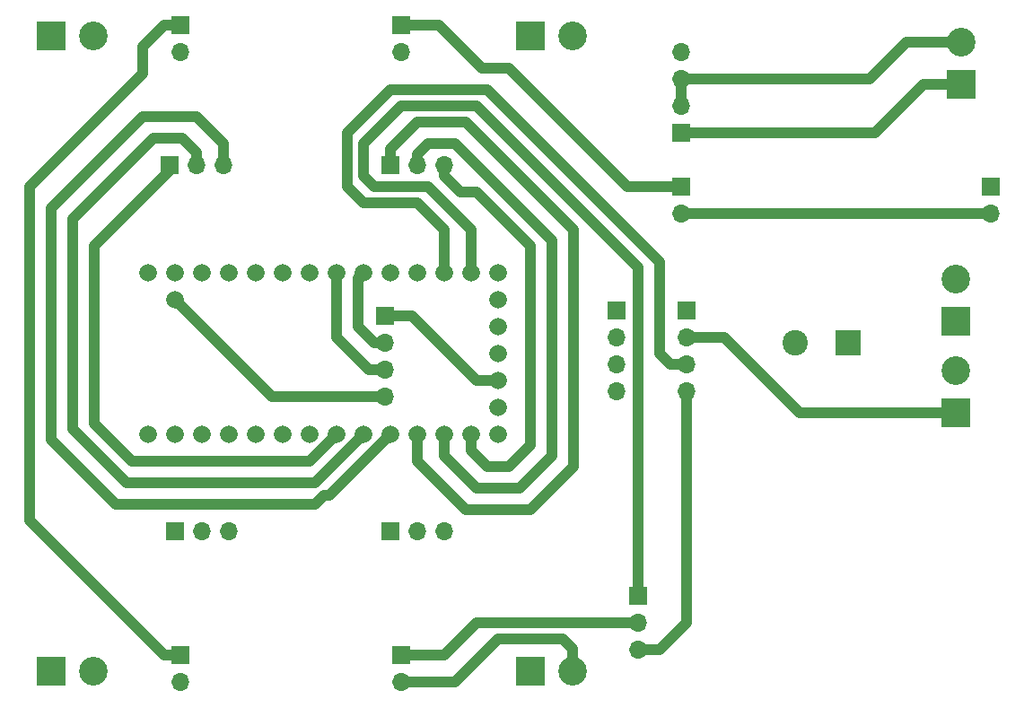
<source format=gbl>
%TF.GenerationSoftware,KiCad,Pcbnew,5.1.10-88a1d61d58~88~ubuntu18.04.1*%
%TF.CreationDate,2022-01-24T00:07:05+01:00*%
%TF.ProjectId,catbot_electronics_board,7061766c-6f76-45f6-9d69-6e695f656c65,rev?*%
%TF.SameCoordinates,Original*%
%TF.FileFunction,Copper,L2,Bot*%
%TF.FilePolarity,Positive*%
%FSLAX46Y46*%
G04 Gerber Fmt 4.6, Leading zero omitted, Abs format (unit mm)*
G04 Created by KiCad (PCBNEW 5.1.10-88a1d61d58~88~ubuntu18.04.1) date 2022-01-24 00:07:05*
%MOMM*%
%LPD*%
G01*
G04 APERTURE LIST*
%TA.AperFunction,ComponentPad*%
%ADD10R,2.700000X2.700000*%
%TD*%
%TA.AperFunction,ComponentPad*%
%ADD11C,2.700000*%
%TD*%
%TA.AperFunction,ComponentPad*%
%ADD12R,1.700000X1.700000*%
%TD*%
%TA.AperFunction,ComponentPad*%
%ADD13O,1.700000X1.700000*%
%TD*%
%TA.AperFunction,ComponentPad*%
%ADD14C,1.665000*%
%TD*%
%TA.AperFunction,ComponentPad*%
%ADD15C,2.400000*%
%TD*%
%TA.AperFunction,ComponentPad*%
%ADD16R,2.400000X2.400000*%
%TD*%
%TA.AperFunction,Conductor*%
%ADD17C,1.000000*%
%TD*%
G04 APERTURE END LIST*
D10*
%TO.P,J14,1*%
%TO.N,VCC*%
X152908000Y-121412000D03*
D11*
%TO.P,J14,2*%
%TO.N,GND*%
X152908000Y-117452000D03*
%TD*%
D10*
%TO.P,J8,1*%
%TO.N,+7.5V*%
X67564000Y-154432000D03*
D11*
%TO.P,J8,2*%
%TO.N,GND*%
X71524000Y-154432000D03*
%TD*%
D12*
%TO.P,J21,1*%
%TO.N,VCC*%
X127508000Y-120396000D03*
D13*
%TO.P,J21,2*%
%TO.N,+7.5V*%
X127508000Y-122936000D03*
%TO.P,J21,3*%
%TO.N,Net-(IC1-Pad22)*%
X127508000Y-125476000D03*
%TO.P,J21,4*%
%TO.N,GND*%
X127508000Y-128016000D03*
%TD*%
D12*
%TO.P,J20,1*%
%TO.N,+3V3*%
X79756000Y-152908000D03*
D13*
%TO.P,J20,2*%
%TO.N,GND*%
X79756000Y-155448000D03*
%TD*%
D12*
%TO.P,J19,1*%
%TO.N,+3V3*%
X100584000Y-152908000D03*
D13*
%TO.P,J19,2*%
%TO.N,GND*%
X100584000Y-155448000D03*
%TD*%
D12*
%TO.P,J18,1*%
%TO.N,+3V3*%
X79756000Y-93472000D03*
D13*
%TO.P,J18,2*%
%TO.N,GND*%
X79756000Y-96012000D03*
%TD*%
D12*
%TO.P,J17,1*%
%TO.N,+3V3*%
X100584000Y-93472000D03*
D13*
%TO.P,J17,2*%
%TO.N,GND*%
X100584000Y-96012000D03*
%TD*%
D10*
%TO.P,J16,1*%
%TO.N,+5V*%
X153416000Y-99060000D03*
D11*
%TO.P,J16,2*%
%TO.N,GND*%
X153416000Y-95100000D03*
%TD*%
D10*
%TO.P,J15,1*%
%TO.N,+7.5V*%
X67564000Y-94488000D03*
D11*
%TO.P,J15,2*%
%TO.N,GND*%
X71524000Y-94488000D03*
%TD*%
D12*
%TO.P,J11,1*%
%TO.N,Net-(IC1-Pad30)*%
X120904000Y-120396000D03*
D13*
%TO.P,J11,2*%
%TO.N,Net-(IC1-Pad29)*%
X120904000Y-122936000D03*
%TO.P,J11,3*%
%TO.N,Net-(IC1-Pad28)*%
X120904000Y-125476000D03*
%TO.P,J11,4*%
%TO.N,Net-(IC1-Pad27)*%
X120904000Y-128016000D03*
%TD*%
D10*
%TO.P,J9,1*%
%TO.N,+7.5V*%
X152908000Y-130048000D03*
D11*
%TO.P,J9,2*%
%TO.N,GND*%
X152908000Y-126088000D03*
%TD*%
D12*
%TO.P,J7,1*%
%TO.N,Net-(IC1-Pad5)*%
X99568000Y-141224000D03*
D13*
%TO.P,J7,2*%
%TO.N,Net-(IC1-Pad6)*%
X102108000Y-141224000D03*
%TO.P,J7,3*%
%TO.N,Net-(IC1-Pad7)*%
X104648000Y-141224000D03*
%TD*%
D12*
%TO.P,J6,1*%
%TO.N,Net-(IC1-Pad11)*%
X99568000Y-106680000D03*
D13*
%TO.P,J6,2*%
%TO.N,Net-(IC1-Pad12)*%
X102108000Y-106680000D03*
%TO.P,J6,3*%
%TO.N,Net-(IC1-Pad13)*%
X104648000Y-106680000D03*
%TD*%
D12*
%TO.P,J5,1*%
%TO.N,Net-(IC1-Pad8)*%
X78740000Y-106680000D03*
D13*
%TO.P,J5,2*%
%TO.N,Net-(IC1-Pad9)*%
X81280000Y-106680000D03*
%TO.P,J5,3*%
%TO.N,Net-(IC1-Pad10)*%
X83820000Y-106680000D03*
%TD*%
D12*
%TO.P,J4,1*%
%TO.N,Net-(IC1-Pad2)*%
X79248000Y-141224000D03*
D13*
%TO.P,J4,2*%
%TO.N,Net-(IC1-Pad3)*%
X81788000Y-141224000D03*
%TO.P,J4,3*%
%TO.N,Net-(IC1-Pad4)*%
X84328000Y-141224000D03*
%TD*%
D10*
%TO.P,J3,1*%
%TO.N,+7.5V*%
X112776000Y-94488000D03*
D11*
%TO.P,J3,2*%
%TO.N,GND*%
X116736000Y-94488000D03*
%TD*%
D10*
%TO.P,J2,1*%
%TO.N,+7.5V*%
X112776000Y-154432000D03*
D11*
%TO.P,J2,2*%
%TO.N,GND*%
X116736000Y-154432000D03*
%TD*%
D12*
%TO.P,J1,1*%
%TO.N,Net-(IC1-Pad16)*%
X99060000Y-120904000D03*
D13*
%TO.P,J1,2*%
%TO.N,Net-(IC1-Pad25)*%
X99060000Y-123444000D03*
%TO.P,J1,3*%
%TO.N,Net-(IC1-Pad26)*%
X99060000Y-125984000D03*
%TO.P,J1,4*%
%TO.N,GND*%
X99060000Y-128524000D03*
%TD*%
D12*
%TO.P,J12,1*%
%TO.N,+5V*%
X127000000Y-103632000D03*
D13*
%TO.P,J12,2*%
%TO.N,GND*%
X127000000Y-101092000D03*
%TO.P,J12,3*%
X127000000Y-98552000D03*
%TO.P,J12,4*%
%TO.N,VCC*%
X127000000Y-96012000D03*
%TD*%
D12*
%TO.P,J13,3*%
%TO.N,VCC*%
X156210000Y-108712000D03*
D13*
%TO.P,J13,4*%
%TO.N,GND*%
X156210000Y-111252000D03*
%TO.P,J13,2*%
X127000000Y-111252000D03*
D12*
%TO.P,J13,1*%
%TO.N,+3V3*%
X127000000Y-108712000D03*
%TD*%
D13*
%TO.P,J10,3*%
%TO.N,GND*%
X122936000Y-152400000D03*
%TO.P,J10,2*%
%TO.N,+3V3*%
X122936000Y-149860000D03*
D12*
%TO.P,J10,1*%
%TO.N,Net-(IC1-Pad21)*%
X122936000Y-147320000D03*
%TD*%
D14*
%TO.P,Teensy,34*%
%TO.N,GND*%
X79248000Y-119380000D03*
%TO.P,Teensy,33*%
%TO.N,Net-(IC1-Pad33)*%
X76708000Y-116840000D03*
%TO.P,Teensy,32*%
%TO.N,GND*%
X79248000Y-116840000D03*
%TO.P,Teensy,31*%
%TO.N,Net-(IC1-Pad31)*%
X81788000Y-116840000D03*
%TO.P,Teensy,30*%
%TO.N,Net-(IC1-Pad30)*%
X84328000Y-116840000D03*
%TO.P,Teensy,29*%
%TO.N,Net-(IC1-Pad29)*%
X86868000Y-116840000D03*
%TO.P,Teensy,28*%
%TO.N,Net-(IC1-Pad28)*%
X89408000Y-116840000D03*
%TO.P,Teensy,27*%
%TO.N,Net-(IC1-Pad27)*%
X91948000Y-116840000D03*
%TO.P,Teensy,26*%
%TO.N,Net-(IC1-Pad26)*%
X94488000Y-116840000D03*
%TO.P,Teensy,25*%
%TO.N,Net-(IC1-Pad25)*%
X97028000Y-116840000D03*
%TO.P,Teensy,24*%
%TO.N,Net-(IC1-Pad24)*%
X99568000Y-116840000D03*
%TO.P,Teensy,23*%
%TO.N,Net-(IC1-Pad23)*%
X102108000Y-116840000D03*
%TO.P,Teensy,22*%
%TO.N,Net-(IC1-Pad22)*%
X104648000Y-116840000D03*
%TO.P,Teensy,21*%
%TO.N,Net-(IC1-Pad21)*%
X107188000Y-116840000D03*
%TO.P,Teensy,20*%
%TO.N,Net-(IC1-Pad20)*%
X109728000Y-116840000D03*
%TO.P,Teensy,19*%
%TO.N,Net-(IC1-Pad19)*%
X109728000Y-119380000D03*
%TO.P,Teensy,18*%
%TO.N,Net-(IC1-Pad18)*%
X109728000Y-121920000D03*
%TO.P,Teensy,17*%
%TO.N,GND*%
X109728000Y-124460000D03*
%TO.P,Teensy,16*%
%TO.N,Net-(IC1-Pad16)*%
X109728000Y-127000000D03*
%TO.P,Teensy,15*%
%TO.N,Net-(IC1-Pad15)*%
X109728000Y-129540000D03*
%TO.P,Teensy,14*%
%TO.N,Net-(IC1-Pad14)*%
X109728000Y-132080000D03*
%TO.P,Teensy,13*%
%TO.N,Net-(IC1-Pad13)*%
X107188000Y-132080000D03*
%TO.P,Teensy,12*%
%TO.N,Net-(IC1-Pad12)*%
X104648000Y-132080000D03*
%TO.P,Teensy,11*%
%TO.N,Net-(IC1-Pad11)*%
X102108000Y-132080000D03*
%TO.P,Teensy,10*%
%TO.N,Net-(IC1-Pad10)*%
X99568000Y-132080000D03*
%TO.P,Teensy,9*%
%TO.N,Net-(IC1-Pad9)*%
X97028000Y-132080000D03*
%TO.P,Teensy,8*%
%TO.N,Net-(IC1-Pad8)*%
X94488000Y-132080000D03*
%TO.P,Teensy,7*%
%TO.N,Net-(IC1-Pad7)*%
X91948000Y-132080000D03*
%TO.P,Teensy,6*%
%TO.N,Net-(IC1-Pad6)*%
X89408000Y-132080000D03*
%TO.P,Teensy,5*%
%TO.N,Net-(IC1-Pad5)*%
X86868000Y-132080000D03*
%TO.P,Teensy,4*%
%TO.N,Net-(IC1-Pad4)*%
X84328000Y-132080000D03*
%TO.P,Teensy,3*%
%TO.N,Net-(IC1-Pad3)*%
X81788000Y-132080000D03*
%TO.P,Teensy,2*%
%TO.N,Net-(IC1-Pad2)*%
X79248000Y-132080000D03*
%TO.P,Teensy,1*%
%TO.N,GND*%
X76708000Y-132080000D03*
%TD*%
D15*
%TO.P,C1,2*%
%TO.N,GND*%
X137748000Y-123444000D03*
D16*
%TO.P,C1,1*%
%TO.N,VCC*%
X142748000Y-123444000D03*
%TD*%
D17*
%TO.N,Net-(IC1-Pad25)*%
X99060000Y-123444000D02*
X98044000Y-123444000D01*
X98044000Y-123444000D02*
X96520000Y-121920000D01*
X96520000Y-117348000D02*
X97028000Y-116840000D01*
X96520000Y-121920000D02*
X96520000Y-117348000D01*
%TO.N,Net-(IC1-Pad22)*%
X127508000Y-125476000D02*
X125984000Y-125476000D01*
X125984000Y-125476000D02*
X124968000Y-124460000D01*
X124968000Y-124460000D02*
X124968000Y-115824000D01*
X124968000Y-115824000D02*
X108712000Y-99568000D01*
X108712000Y-99568000D02*
X99568000Y-99568000D01*
X99568000Y-99568000D02*
X95504000Y-103632000D01*
X95504000Y-103632000D02*
X95504000Y-108712000D01*
X95504000Y-108712000D02*
X97028000Y-110236000D01*
X97028000Y-110236000D02*
X102108000Y-110236000D01*
X104648000Y-112776000D02*
X104648000Y-116840000D01*
X102108000Y-110236000D02*
X104648000Y-112776000D01*
%TO.N,Net-(IC1-Pad13)*%
X107188000Y-132080000D02*
X107188000Y-133604000D01*
X107188000Y-133604000D02*
X108712000Y-135128000D01*
X108712000Y-135128000D02*
X110744000Y-135128000D01*
X110744000Y-135128000D02*
X112776000Y-133096000D01*
X112776000Y-133096000D02*
X112776000Y-114300000D01*
X112776000Y-114300000D02*
X107696000Y-109220000D01*
X107696000Y-109220000D02*
X106172000Y-109220000D01*
X104648000Y-107696000D02*
X104648000Y-106680000D01*
X106172000Y-109220000D02*
X104648000Y-107696000D01*
%TO.N,Net-(IC1-Pad12)*%
X104648000Y-132080000D02*
X104648000Y-134112000D01*
X104648000Y-134112000D02*
X107696000Y-137160000D01*
X107696000Y-137160000D02*
X111760000Y-137160000D01*
X111760000Y-137160000D02*
X114808000Y-134112000D01*
X114808000Y-134112000D02*
X114808000Y-113792000D01*
X114808000Y-113792000D02*
X105664000Y-104648000D01*
X105664000Y-104648000D02*
X103124000Y-104648000D01*
X102108000Y-105664000D02*
X102108000Y-106680000D01*
X103124000Y-104648000D02*
X102108000Y-105664000D01*
%TO.N,Net-(IC1-Pad11)*%
X102108000Y-132080000D02*
X102108000Y-134620000D01*
X102108000Y-134620000D02*
X106680000Y-139192000D01*
X106680000Y-139192000D02*
X112776000Y-139192000D01*
X112776000Y-139192000D02*
X116840000Y-135128000D01*
X116840000Y-135128000D02*
X116840000Y-112776000D01*
X116840000Y-112776000D02*
X106680000Y-102616000D01*
X106680000Y-102616000D02*
X102108000Y-102616000D01*
X99568000Y-105156000D02*
X99568000Y-106680000D01*
X102108000Y-102616000D02*
X99568000Y-105156000D01*
%TO.N,Net-(IC1-Pad10)*%
X93795990Y-137852010D02*
X93287990Y-137852010D01*
X99568000Y-132080000D02*
X93795990Y-137852010D01*
X93287990Y-137852010D02*
X92456000Y-138684000D01*
X92456000Y-138684000D02*
X73660000Y-138684000D01*
X73660000Y-138684000D02*
X67564000Y-132588000D01*
X67564000Y-132588000D02*
X67564000Y-110744000D01*
X67564000Y-110744000D02*
X76200000Y-102108000D01*
X76200000Y-102108000D02*
X81280000Y-102108000D01*
X83820000Y-104648000D02*
X83820000Y-106680000D01*
X81280000Y-102108000D02*
X83820000Y-104648000D01*
%TO.N,Net-(IC1-Pad9)*%
X81280000Y-105477919D02*
X81280000Y-106680000D01*
X79942081Y-104140000D02*
X81280000Y-105477919D01*
X97028000Y-132080000D02*
X92456000Y-136652000D01*
X77216000Y-104140000D02*
X79942081Y-104140000D01*
X92456000Y-136652000D02*
X74676000Y-136652000D01*
X69596000Y-131572000D02*
X69596000Y-111760000D01*
X74676000Y-136652000D02*
X69596000Y-131572000D01*
X69596000Y-111760000D02*
X77216000Y-104140000D01*
%TO.N,Net-(IC1-Pad8)*%
X78740000Y-107188000D02*
X78740000Y-106680000D01*
X71628000Y-114300000D02*
X78740000Y-107188000D01*
X94488000Y-132080000D02*
X91948000Y-134620000D01*
X71628000Y-131064000D02*
X71628000Y-114300000D01*
X75184000Y-134620000D02*
X71628000Y-131064000D01*
X91948000Y-134620000D02*
X75184000Y-134620000D01*
%TO.N,GND*%
X156210000Y-111252000D02*
X127000000Y-111252000D01*
X127000000Y-98552000D02*
X144780000Y-98552000D01*
X148232000Y-95100000D02*
X153416000Y-95100000D01*
X144780000Y-98552000D02*
X148232000Y-95100000D01*
X127000000Y-98552000D02*
X127000000Y-101092000D01*
X116736000Y-154432000D02*
X116736000Y-153312000D01*
X116736000Y-154432000D02*
X116736000Y-152296000D01*
X116736000Y-152296000D02*
X115824000Y-151384000D01*
X115824000Y-151384000D02*
X109728000Y-151384000D01*
X105664000Y-155448000D02*
X100584000Y-155448000D01*
X109728000Y-151384000D02*
X105664000Y-155448000D01*
X122936000Y-152400000D02*
X124968000Y-152400000D01*
X127508000Y-149860000D02*
X127508000Y-128016000D01*
X124968000Y-152400000D02*
X127508000Y-149860000D01*
X88392000Y-128524000D02*
X79248000Y-119380000D01*
X99060000Y-128524000D02*
X88392000Y-128524000D01*
%TO.N,Net-(IC1-Pad26)*%
X99060000Y-125984000D02*
X97536000Y-125984000D01*
X94488000Y-122936000D02*
X94488000Y-116840000D01*
X97536000Y-125984000D02*
X94488000Y-122936000D01*
%TO.N,Net-(IC1-Pad21)*%
X122936000Y-116332000D02*
X122936000Y-147320000D01*
X107696000Y-101092000D02*
X122936000Y-116332000D01*
X100584000Y-101092000D02*
X107696000Y-101092000D01*
X107188000Y-112776000D02*
X103124000Y-108712000D01*
X107188000Y-116840000D02*
X107188000Y-112776000D01*
X97028000Y-104648000D02*
X100584000Y-101092000D01*
X103124000Y-108712000D02*
X98044000Y-108712000D01*
X98044000Y-108712000D02*
X97028000Y-107696000D01*
X97028000Y-107696000D02*
X97028000Y-104648000D01*
%TO.N,Net-(IC1-Pad16)*%
X99060000Y-120904000D02*
X101600000Y-120904000D01*
X107696000Y-127000000D02*
X109728000Y-127000000D01*
X101600000Y-120904000D02*
X107696000Y-127000000D01*
%TO.N,+7.5V*%
X152908000Y-130048000D02*
X138176000Y-130048000D01*
X131064000Y-122936000D02*
X127508000Y-122936000D01*
X138176000Y-130048000D02*
X131064000Y-122936000D01*
%TO.N,+3V3*%
X122936000Y-149860000D02*
X107696000Y-149860000D01*
X104648000Y-152908000D02*
X100584000Y-152908000D01*
X107696000Y-149860000D02*
X104648000Y-152908000D01*
X127000000Y-108712000D02*
X121920000Y-108712000D01*
X121920000Y-108712000D02*
X110744000Y-97536000D01*
X110744000Y-97536000D02*
X108204000Y-97536000D01*
X104140000Y-93472000D02*
X100584000Y-93472000D01*
X108204000Y-97536000D02*
X104140000Y-93472000D01*
X79756000Y-152908000D02*
X78232000Y-152908000D01*
X78232000Y-152908000D02*
X65532000Y-140208000D01*
X65532000Y-140208000D02*
X65532000Y-108712000D01*
X65532000Y-108712000D02*
X76200000Y-98044000D01*
X76200000Y-98044000D02*
X76200000Y-95504000D01*
X78232000Y-93472000D02*
X79756000Y-93472000D01*
X76200000Y-95504000D02*
X78232000Y-93472000D01*
%TO.N,+5V*%
X127000000Y-103632000D02*
X145288000Y-103632000D01*
X149860000Y-99060000D02*
X153416000Y-99060000D01*
X145288000Y-103632000D02*
X149860000Y-99060000D01*
%TD*%
M02*

</source>
